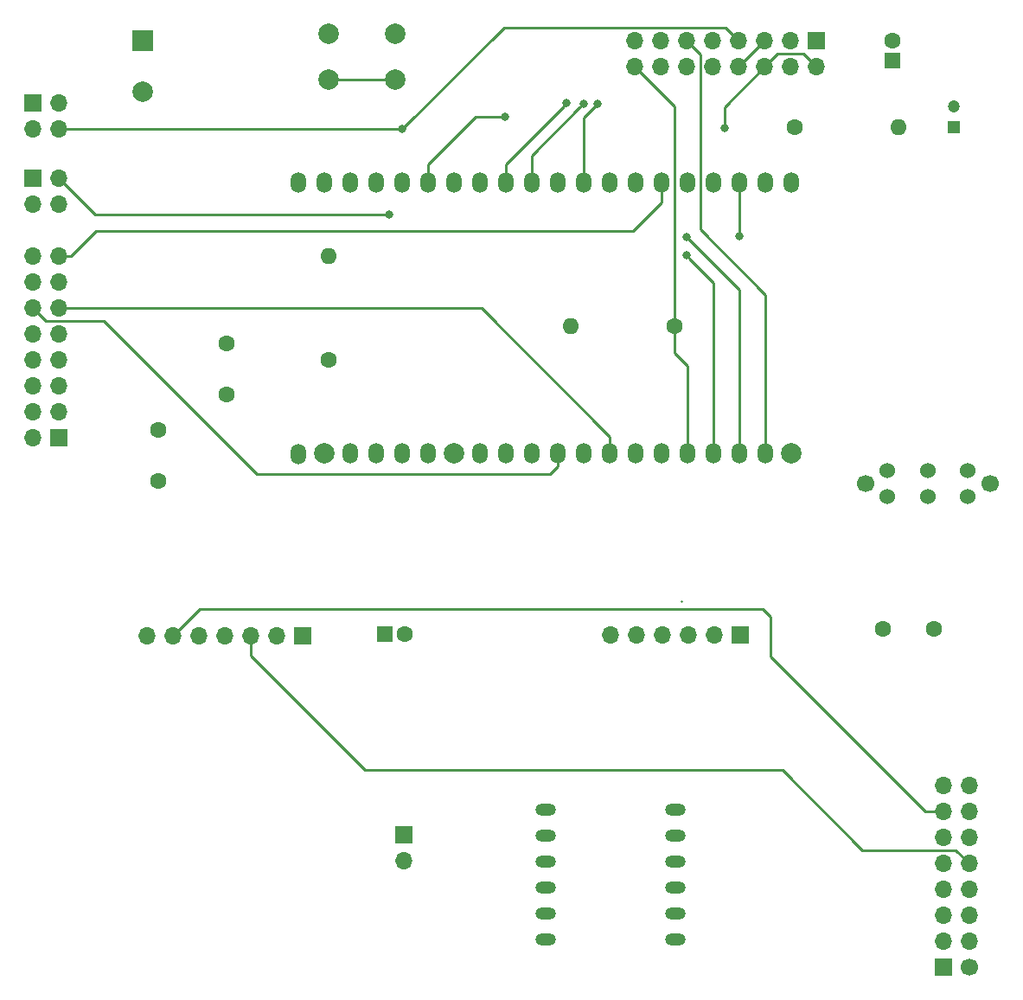
<source format=gbr>
G04 #@! TF.GenerationSoftware,KiCad,Pcbnew,(5.1.5)-3*
G04 #@! TF.CreationDate,2020-05-02T21:00:29-04:00*
G04 #@! TF.ProjectId,CombinedPnl_pcb-r2,436f6d62-696e-4656-9450-6e6c5f706362,rev?*
G04 #@! TF.SameCoordinates,Original*
G04 #@! TF.FileFunction,Copper,L4,Bot*
G04 #@! TF.FilePolarity,Positive*
%FSLAX46Y46*%
G04 Gerber Fmt 4.6, Leading zero omitted, Abs format (unit mm)*
G04 Created by KiCad (PCBNEW (5.1.5)-3) date 2020-05-02 21:00:29*
%MOMM*%
%LPD*%
G04 APERTURE LIST*
%ADD10O,1.700000X1.700000*%
%ADD11R,1.700000X1.700000*%
%ADD12O,1.500000X2.000000*%
%ADD13C,2.000000*%
%ADD14C,1.524000*%
%ADD15C,1.700000*%
%ADD16C,1.600000*%
%ADD17O,1.600000X1.600000*%
%ADD18R,2.000000X2.000000*%
%ADD19C,1.200000*%
%ADD20R,1.200000X1.200000*%
%ADD21R,1.600000X1.600000*%
%ADD22O,2.000000X1.200000*%
%ADD23C,0.800000*%
%ADD24C,0.500000*%
%ADD25C,0.250000*%
G04 APERTURE END LIST*
D10*
X109220000Y-101139001D03*
X111760000Y-101139001D03*
X114300000Y-101139001D03*
X116840000Y-101139001D03*
X119380000Y-101139001D03*
X121920000Y-101139001D03*
D11*
X124460000Y-101139001D03*
D10*
X154559000Y-101092000D03*
X157099000Y-101092000D03*
X159639000Y-101092000D03*
X162179000Y-101092000D03*
X164719000Y-101092000D03*
D11*
X167259000Y-101092000D03*
D10*
X98044000Y-64008000D03*
X100584000Y-64008000D03*
X98044000Y-66548000D03*
X100584000Y-66548000D03*
X98044000Y-69088000D03*
X100584000Y-69088000D03*
X98044000Y-71628000D03*
X100584000Y-71628000D03*
X98044000Y-74168000D03*
X100584000Y-74168000D03*
X98044000Y-76708000D03*
X100584000Y-76708000D03*
X98044000Y-79248000D03*
X100584000Y-79248000D03*
X98044000Y-81788000D03*
D11*
X100584000Y-81788000D03*
D12*
X124020000Y-56770000D03*
X124020000Y-83320000D03*
X172280000Y-56770000D03*
D13*
X172280000Y-83306000D03*
D12*
X169740000Y-56770000D03*
X169740000Y-83306000D03*
X167200000Y-56770000D03*
X167200000Y-83306000D03*
X164660000Y-56770000D03*
X164660000Y-83306000D03*
X162120000Y-56770000D03*
X162120000Y-83306000D03*
X159580000Y-56770000D03*
X159580000Y-83306000D03*
X157040000Y-56770000D03*
X157040000Y-83306000D03*
X154500000Y-56770000D03*
X154500000Y-83306000D03*
X151960000Y-56770000D03*
X151960000Y-83306000D03*
X149420000Y-56770000D03*
X149420000Y-83306000D03*
X146880000Y-56770000D03*
X146880000Y-83306000D03*
X144340000Y-56770000D03*
X144340000Y-83306000D03*
X141800000Y-56770000D03*
X141800000Y-83306000D03*
X139260000Y-56770000D03*
D13*
X139260000Y-83306000D03*
D12*
X136720000Y-56770000D03*
X136720000Y-83306000D03*
X134180000Y-56770000D03*
X134180000Y-83306000D03*
X131640000Y-56770000D03*
X131640000Y-83306000D03*
X129100000Y-56770000D03*
X129100000Y-83306000D03*
X126560000Y-56770000D03*
D13*
X126560000Y-83306000D03*
D14*
X181710000Y-87480000D03*
X185616000Y-87480000D03*
X189522000Y-87480000D03*
X181710000Y-84940000D03*
X189522000Y-84940000D03*
X185616000Y-84940000D03*
D15*
X179520000Y-86210000D03*
X191712000Y-86210000D03*
D13*
X133500000Y-46736000D03*
X133500000Y-42236000D03*
X127000000Y-46736000D03*
X127000000Y-42236000D03*
D16*
X127000000Y-74168000D03*
D17*
X127000000Y-64008000D03*
D10*
X100584000Y-51562000D03*
X98044000Y-51562000D03*
X100584000Y-49022000D03*
D11*
X98044000Y-49022000D03*
D13*
X108800000Y-47900000D03*
D18*
X108800000Y-42900000D03*
D11*
X174752000Y-42926000D03*
D10*
X174752000Y-45466000D03*
X172212000Y-42926000D03*
X172212000Y-45466000D03*
X169672000Y-42926000D03*
X169672000Y-45466000D03*
X167132000Y-42926000D03*
X167132000Y-45466000D03*
X164592000Y-42926000D03*
X164592000Y-45466000D03*
X162052000Y-42926000D03*
X162052000Y-45466000D03*
X159512000Y-42926000D03*
X159512000Y-45466000D03*
X156972000Y-42926000D03*
X156972000Y-45466000D03*
D11*
X98044000Y-56388000D03*
D10*
X100584000Y-56388000D03*
X98044000Y-58928000D03*
X100584000Y-58928000D03*
D17*
X182810000Y-51350000D03*
D16*
X172650000Y-51350000D03*
D19*
X188200000Y-49350000D03*
D20*
X188200000Y-51350000D03*
D17*
X150690000Y-70800000D03*
D16*
X160850000Y-70800000D03*
X182150000Y-42850000D03*
D21*
X182150000Y-44850000D03*
D10*
X134366000Y-123190000D03*
D11*
X134366000Y-120650000D03*
D15*
X189738000Y-133604000D03*
D11*
X187198000Y-133604000D03*
D10*
X189738000Y-131064000D03*
X187198000Y-131064000D03*
X189738000Y-128524000D03*
X187198000Y-128524000D03*
X189738000Y-125984000D03*
X187198000Y-125984000D03*
X189738000Y-123444000D03*
X187198000Y-123444000D03*
X189738000Y-120904000D03*
X187198000Y-120904000D03*
X189738000Y-118364000D03*
X187198000Y-118364000D03*
X189738000Y-115824000D03*
X187198000Y-115824000D03*
D22*
X148270000Y-130830000D03*
X160970000Y-130830000D03*
X148270000Y-128290000D03*
X160970000Y-128290000D03*
X148270000Y-125750000D03*
X160970000Y-125750000D03*
X148270000Y-123210000D03*
X160970000Y-123210000D03*
X148270000Y-120670000D03*
X160970000Y-120670000D03*
X148270000Y-118130000D03*
X160970000Y-118130000D03*
D16*
X134461000Y-100965000D03*
D21*
X132461000Y-100965000D03*
D16*
X110300000Y-85950000D03*
X110300000Y-80950000D03*
X117000000Y-77550000D03*
X117000000Y-72550000D03*
X181250000Y-100500000D03*
X186250000Y-100500000D03*
D23*
X167200000Y-62000006D03*
X134188000Y-51562000D03*
X162000000Y-63900000D03*
X132900000Y-59900000D03*
X162050000Y-62100000D03*
X165750000Y-51400000D03*
X144250000Y-50350000D03*
X153350000Y-49050000D03*
X150300000Y-49000004D03*
X151950008Y-49050000D03*
D24*
X148590000Y-118110000D02*
X148336000Y-118110000D01*
D25*
X156750000Y-61550000D02*
X159580000Y-58720000D01*
X104244081Y-61550000D02*
X156750000Y-61550000D01*
X159580000Y-58720000D02*
X159580000Y-56770000D01*
X100584000Y-64008000D02*
X101786081Y-64008000D01*
X101786081Y-64008000D02*
X104244081Y-61550000D01*
X167200000Y-56770000D02*
X167200000Y-62000006D01*
X149420000Y-84556000D02*
X149420000Y-83306000D01*
X99306000Y-70350000D02*
X104950000Y-70350000D01*
X98044000Y-69088000D02*
X99306000Y-70350000D01*
X119944000Y-85344000D02*
X148632000Y-85344000D01*
X104950000Y-70350000D02*
X119944000Y-85344000D01*
X148632000Y-85344000D02*
X149420000Y-84556000D01*
X154500000Y-81650000D02*
X154500000Y-83306000D01*
X100584000Y-69088000D02*
X141938000Y-69088000D01*
X141938000Y-69088000D02*
X154500000Y-81650000D01*
X165806000Y-41600000D02*
X167132000Y-42926000D01*
X144150000Y-41600000D02*
X165806000Y-41600000D01*
X100584000Y-51562000D02*
X134188000Y-51562000D01*
X134188000Y-51562000D02*
X144150000Y-41600000D01*
X134188000Y-51562000D02*
X134188000Y-51562000D01*
X162399999Y-64299999D02*
X162000000Y-63900000D01*
X164660000Y-66560000D02*
X162399999Y-64299999D01*
X164660000Y-83306000D02*
X164660000Y-66560000D01*
X167200000Y-83306000D02*
X167200000Y-67250000D01*
X167200000Y-67250000D02*
X162449999Y-62499999D01*
X162449999Y-62499999D02*
X162050000Y-62100000D01*
X104096000Y-59900000D02*
X100584000Y-56388000D01*
X132900000Y-59900000D02*
X104096000Y-59900000D01*
X165750000Y-49388000D02*
X169672000Y-45466000D01*
X165750000Y-51400000D02*
X165750000Y-49388000D01*
X170521999Y-44616001D02*
X169672000Y-45466000D01*
X170938000Y-44200000D02*
X170521999Y-44616001D01*
X174752000Y-45466000D02*
X173486000Y-44200000D01*
X173486000Y-44200000D02*
X170938000Y-44200000D01*
X141350000Y-50350000D02*
X144250000Y-50350000D01*
X136720000Y-56770000D02*
X136720000Y-54980000D01*
X136720000Y-54980000D02*
X141350000Y-50350000D01*
X168822001Y-43775999D02*
X167132000Y-45466000D01*
X169672000Y-42926000D02*
X168822001Y-43775999D01*
X151960000Y-50440000D02*
X152950001Y-49449999D01*
X152950001Y-49449999D02*
X153350000Y-49050000D01*
X151960000Y-56770000D02*
X151960000Y-50440000D01*
X144340000Y-54960004D02*
X149900001Y-49400003D01*
X149900001Y-49400003D02*
X150300000Y-49000004D01*
X144340000Y-56770000D02*
X144340000Y-54960004D01*
X169740000Y-67740000D02*
X169740000Y-83306000D01*
X163350000Y-61350000D02*
X169740000Y-67740000D01*
X162052000Y-42926000D02*
X163350000Y-44224000D01*
X163350000Y-44224000D02*
X163350000Y-61350000D01*
X146880000Y-56770000D02*
X146880000Y-54120008D01*
X151550009Y-49449999D02*
X151950008Y-49050000D01*
X146880000Y-54120008D02*
X151550009Y-49449999D01*
X162150000Y-83276000D02*
X162120000Y-83306000D01*
X162150000Y-74750000D02*
X162150000Y-83276000D01*
X160850000Y-73450000D02*
X161350001Y-73950001D01*
X156972000Y-45466000D02*
X160850000Y-49344000D01*
X161350001Y-73950001D02*
X162150000Y-74750000D01*
X160850000Y-49344000D02*
X160850000Y-73450000D01*
X128414213Y-46736000D02*
X133500000Y-46736000D01*
X127000000Y-46736000D02*
X128414213Y-46736000D01*
X119380000Y-103124000D02*
X119380000Y-101139001D01*
X188394000Y-122100000D02*
X179200000Y-122100000D01*
X189738000Y-123444000D02*
X188394000Y-122100000D01*
X130556000Y-114300000D02*
X119380000Y-103124000D01*
X179200000Y-122100000D02*
X171400000Y-114300000D01*
X171400000Y-114300000D02*
X130556000Y-114300000D01*
X161544000Y-97790000D02*
X161544000Y-97790000D01*
X114347001Y-98552000D02*
X111760000Y-101139001D01*
X185420000Y-118364000D02*
X170250000Y-103194000D01*
X187198000Y-118364000D02*
X185420000Y-118364000D01*
X169512000Y-98552000D02*
X114347001Y-98552000D01*
X170250000Y-103194000D02*
X170250000Y-99290000D01*
X170250000Y-99290000D02*
X169512000Y-98552000D01*
M02*

</source>
